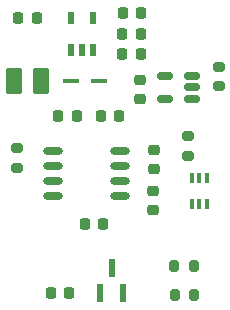
<source format=gbr>
G04 #@! TF.GenerationSoftware,KiCad,Pcbnew,8.0.1*
G04 #@! TF.CreationDate,2025-03-18T21:27:00-06:00*
G04 #@! TF.ProjectId,Temperature_Flex_boost,54656d70-6572-4617-9475-72655f466c65,rev?*
G04 #@! TF.SameCoordinates,Original*
G04 #@! TF.FileFunction,Paste,Top*
G04 #@! TF.FilePolarity,Positive*
%FSLAX46Y46*%
G04 Gerber Fmt 4.6, Leading zero omitted, Abs format (unit mm)*
G04 Created by KiCad (PCBNEW 8.0.1) date 2025-03-18 21:27:00*
%MOMM*%
%LPD*%
G01*
G04 APERTURE LIST*
G04 Aperture macros list*
%AMRoundRect*
0 Rectangle with rounded corners*
0 $1 Rounding radius*
0 $2 $3 $4 $5 $6 $7 $8 $9 X,Y pos of 4 corners*
0 Add a 4 corners polygon primitive as box body*
4,1,4,$2,$3,$4,$5,$6,$7,$8,$9,$2,$3,0*
0 Add four circle primitives for the rounded corners*
1,1,$1+$1,$2,$3*
1,1,$1+$1,$4,$5*
1,1,$1+$1,$6,$7*
1,1,$1+$1,$8,$9*
0 Add four rect primitives between the rounded corners*
20,1,$1+$1,$2,$3,$4,$5,0*
20,1,$1+$1,$4,$5,$6,$7,0*
20,1,$1+$1,$6,$7,$8,$9,0*
20,1,$1+$1,$8,$9,$2,$3,0*%
G04 Aperture macros list end*
%ADD10RoundRect,0.225000X0.225000X0.250000X-0.225000X0.250000X-0.225000X-0.250000X0.225000X-0.250000X0*%
%ADD11R,0.399999X0.850001*%
%ADD12RoundRect,0.225000X-0.225000X-0.250000X0.225000X-0.250000X0.225000X0.250000X-0.225000X0.250000X0*%
%ADD13R,0.609600X1.625600*%
%ADD14RoundRect,0.200000X-0.200000X-0.275000X0.200000X-0.275000X0.200000X0.275000X-0.200000X0.275000X0*%
%ADD15RoundRect,0.200000X-0.275000X0.200000X-0.275000X-0.200000X0.275000X-0.200000X0.275000X0.200000X0*%
%ADD16RoundRect,0.250001X-0.462499X-0.849999X0.462499X-0.849999X0.462499X0.849999X-0.462499X0.849999X0*%
%ADD17O,1.649999X0.650001*%
%ADD18RoundRect,0.200000X0.275000X-0.200000X0.275000X0.200000X-0.275000X0.200000X-0.275000X-0.200000X0*%
%ADD19R,0.599999X1.000000*%
%ADD20RoundRect,0.225000X0.250000X-0.225000X0.250000X0.225000X-0.250000X0.225000X-0.250000X-0.225000X0*%
%ADD21R,1.416000X0.451600*%
%ADD22RoundRect,0.225000X-0.250000X0.225000X-0.250000X-0.225000X0.250000X-0.225000X0.250000X0.225000X0*%
%ADD23RoundRect,0.150000X0.512500X0.150000X-0.512500X0.150000X-0.512500X-0.150000X0.512500X-0.150000X0*%
G04 APERTURE END LIST*
D10*
X184960000Y-51290000D03*
X183410000Y-51290000D03*
D11*
X198080000Y-67020001D03*
X198730001Y-67020001D03*
X199380000Y-67020001D03*
X199380000Y-64770000D03*
X198730001Y-64770000D03*
X198080000Y-64770000D03*
D12*
X192210000Y-52600000D03*
X193760000Y-52600000D03*
D13*
X190340040Y-74540000D03*
X192239960Y-74540000D03*
X191290000Y-72406400D03*
D14*
X196620000Y-72290000D03*
X198270000Y-72290000D03*
D15*
X183280000Y-62270000D03*
X183280000Y-63920000D03*
D16*
X183025000Y-56590000D03*
X185350000Y-56590000D03*
D12*
X192210000Y-54310000D03*
X193760000Y-54310000D03*
X186150000Y-74550000D03*
X187700000Y-74550000D03*
X192220000Y-50850000D03*
X193770000Y-50850000D03*
D17*
X186320000Y-62490000D03*
X186320000Y-63760000D03*
X186320000Y-65030000D03*
X186320000Y-66300000D03*
X191969999Y-66300000D03*
X191969999Y-65030000D03*
X191969999Y-63760000D03*
X191969999Y-62490000D03*
D18*
X200400000Y-57020000D03*
X200400000Y-55370000D03*
D14*
X196650000Y-74700000D03*
X198300000Y-74700000D03*
D15*
X197780000Y-61250000D03*
X197780000Y-62900000D03*
D19*
X187850001Y-54000000D03*
X188800002Y-54000000D03*
X189750000Y-54000000D03*
X189750000Y-51250000D03*
X187850001Y-51250000D03*
D20*
X194830000Y-67490000D03*
X194830000Y-65940000D03*
D12*
X186800000Y-59530000D03*
X188350000Y-59530000D03*
D21*
X190251600Y-56600000D03*
X187850000Y-56600000D03*
D22*
X193700000Y-56540000D03*
X193700000Y-58090000D03*
D23*
X198095000Y-58080000D03*
X198095000Y-57130000D03*
X198095000Y-56180000D03*
X195820000Y-56180000D03*
X195820000Y-58080000D03*
D22*
X194910000Y-62460000D03*
X194910000Y-64010000D03*
D12*
X189050000Y-68680000D03*
X190600000Y-68680000D03*
X190400000Y-59520000D03*
X191950000Y-59520000D03*
M02*

</source>
